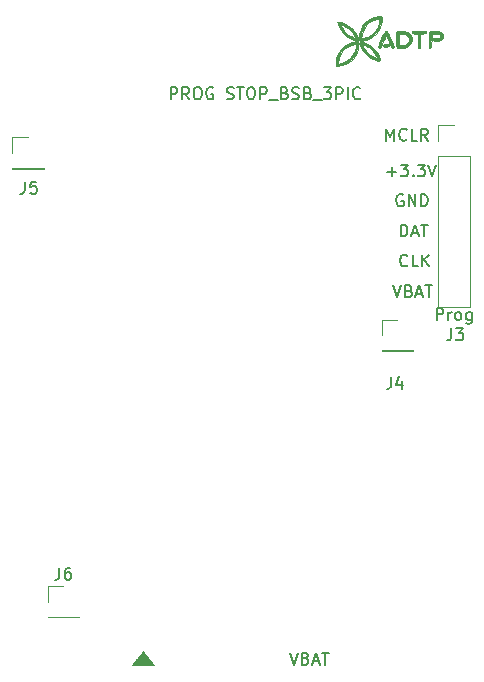
<source format=gto>
%TF.GenerationSoftware,KiCad,Pcbnew,(5.1.10)-1*%
%TF.CreationDate,2022-06-29T16:45:49+02:00*%
%TF.ProjectId,Stop_BBM_3PIC,53746f70-5f42-4424-9d5f-335049432e6b,FOR 1.1*%
%TF.SameCoordinates,Original*%
%TF.FileFunction,Legend,Top*%
%TF.FilePolarity,Positive*%
%FSLAX46Y46*%
G04 Gerber Fmt 4.6, Leading zero omitted, Abs format (unit mm)*
G04 Created by KiCad (PCBNEW (5.1.10)-1) date 2022-06-29 16:45:49*
%MOMM*%
%LPD*%
G01*
G04 APERTURE LIST*
%ADD10C,0.150000*%
%ADD11C,0.200000*%
%ADD12C,0.010000*%
%ADD13C,0.120000*%
G04 APERTURE END LIST*
D10*
X98000000Y-115452380D02*
X98000000Y-114452380D01*
X98380952Y-114452380D01*
X98476190Y-114500000D01*
X98523809Y-114547619D01*
X98571428Y-114642857D01*
X98571428Y-114785714D01*
X98523809Y-114880952D01*
X98476190Y-114928571D01*
X98380952Y-114976190D01*
X98000000Y-114976190D01*
X99571428Y-115452380D02*
X99238095Y-114976190D01*
X99000000Y-115452380D02*
X99000000Y-114452380D01*
X99380952Y-114452380D01*
X99476190Y-114500000D01*
X99523809Y-114547619D01*
X99571428Y-114642857D01*
X99571428Y-114785714D01*
X99523809Y-114880952D01*
X99476190Y-114928571D01*
X99380952Y-114976190D01*
X99000000Y-114976190D01*
X100190476Y-114452380D02*
X100380952Y-114452380D01*
X100476190Y-114500000D01*
X100571428Y-114595238D01*
X100619047Y-114785714D01*
X100619047Y-115119047D01*
X100571428Y-115309523D01*
X100476190Y-115404761D01*
X100380952Y-115452380D01*
X100190476Y-115452380D01*
X100095238Y-115404761D01*
X100000000Y-115309523D01*
X99952380Y-115119047D01*
X99952380Y-114785714D01*
X100000000Y-114595238D01*
X100095238Y-114500000D01*
X100190476Y-114452380D01*
X101571428Y-114500000D02*
X101476190Y-114452380D01*
X101333333Y-114452380D01*
X101190476Y-114500000D01*
X101095238Y-114595238D01*
X101047619Y-114690476D01*
X101000000Y-114880952D01*
X101000000Y-115023809D01*
X101047619Y-115214285D01*
X101095238Y-115309523D01*
X101190476Y-115404761D01*
X101333333Y-115452380D01*
X101428571Y-115452380D01*
X101571428Y-115404761D01*
X101619047Y-115357142D01*
X101619047Y-115023809D01*
X101428571Y-115023809D01*
X102761904Y-115404761D02*
X102904761Y-115452380D01*
X103142857Y-115452380D01*
X103238095Y-115404761D01*
X103285714Y-115357142D01*
X103333333Y-115261904D01*
X103333333Y-115166666D01*
X103285714Y-115071428D01*
X103238095Y-115023809D01*
X103142857Y-114976190D01*
X102952380Y-114928571D01*
X102857142Y-114880952D01*
X102809523Y-114833333D01*
X102761904Y-114738095D01*
X102761904Y-114642857D01*
X102809523Y-114547619D01*
X102857142Y-114500000D01*
X102952380Y-114452380D01*
X103190476Y-114452380D01*
X103333333Y-114500000D01*
X103619047Y-114452380D02*
X104190476Y-114452380D01*
X103904761Y-115452380D02*
X103904761Y-114452380D01*
X104714285Y-114452380D02*
X104904761Y-114452380D01*
X105000000Y-114500000D01*
X105095238Y-114595238D01*
X105142857Y-114785714D01*
X105142857Y-115119047D01*
X105095238Y-115309523D01*
X105000000Y-115404761D01*
X104904761Y-115452380D01*
X104714285Y-115452380D01*
X104619047Y-115404761D01*
X104523809Y-115309523D01*
X104476190Y-115119047D01*
X104476190Y-114785714D01*
X104523809Y-114595238D01*
X104619047Y-114500000D01*
X104714285Y-114452380D01*
X105571428Y-115452380D02*
X105571428Y-114452380D01*
X105952380Y-114452380D01*
X106047619Y-114500000D01*
X106095238Y-114547619D01*
X106142857Y-114642857D01*
X106142857Y-114785714D01*
X106095238Y-114880952D01*
X106047619Y-114928571D01*
X105952380Y-114976190D01*
X105571428Y-114976190D01*
X106333333Y-115547619D02*
X107095238Y-115547619D01*
X107666666Y-114928571D02*
X107809523Y-114976190D01*
X107857142Y-115023809D01*
X107904761Y-115119047D01*
X107904761Y-115261904D01*
X107857142Y-115357142D01*
X107809523Y-115404761D01*
X107714285Y-115452380D01*
X107333333Y-115452380D01*
X107333333Y-114452380D01*
X107666666Y-114452380D01*
X107761904Y-114500000D01*
X107809523Y-114547619D01*
X107857142Y-114642857D01*
X107857142Y-114738095D01*
X107809523Y-114833333D01*
X107761904Y-114880952D01*
X107666666Y-114928571D01*
X107333333Y-114928571D01*
X108285714Y-115404761D02*
X108428571Y-115452380D01*
X108666666Y-115452380D01*
X108761904Y-115404761D01*
X108809523Y-115357142D01*
X108857142Y-115261904D01*
X108857142Y-115166666D01*
X108809523Y-115071428D01*
X108761904Y-115023809D01*
X108666666Y-114976190D01*
X108476190Y-114928571D01*
X108380952Y-114880952D01*
X108333333Y-114833333D01*
X108285714Y-114738095D01*
X108285714Y-114642857D01*
X108333333Y-114547619D01*
X108380952Y-114500000D01*
X108476190Y-114452380D01*
X108714285Y-114452380D01*
X108857142Y-114500000D01*
X109619047Y-114928571D02*
X109761904Y-114976190D01*
X109809523Y-115023809D01*
X109857142Y-115119047D01*
X109857142Y-115261904D01*
X109809523Y-115357142D01*
X109761904Y-115404761D01*
X109666666Y-115452380D01*
X109285714Y-115452380D01*
X109285714Y-114452380D01*
X109619047Y-114452380D01*
X109714285Y-114500000D01*
X109761904Y-114547619D01*
X109809523Y-114642857D01*
X109809523Y-114738095D01*
X109761904Y-114833333D01*
X109714285Y-114880952D01*
X109619047Y-114928571D01*
X109285714Y-114928571D01*
X110047619Y-115547619D02*
X110809523Y-115547619D01*
X110952380Y-114452380D02*
X111571428Y-114452380D01*
X111238095Y-114833333D01*
X111380952Y-114833333D01*
X111476190Y-114880952D01*
X111523809Y-114928571D01*
X111571428Y-115023809D01*
X111571428Y-115261904D01*
X111523809Y-115357142D01*
X111476190Y-115404761D01*
X111380952Y-115452380D01*
X111095238Y-115452380D01*
X111000000Y-115404761D01*
X110952380Y-115357142D01*
X112000000Y-115452380D02*
X112000000Y-114452380D01*
X112380952Y-114452380D01*
X112476190Y-114500000D01*
X112523809Y-114547619D01*
X112571428Y-114642857D01*
X112571428Y-114785714D01*
X112523809Y-114880952D01*
X112476190Y-114928571D01*
X112380952Y-114976190D01*
X112000000Y-114976190D01*
X113000000Y-115452380D02*
X113000000Y-114452380D01*
X114047619Y-115357142D02*
X114000000Y-115404761D01*
X113857142Y-115452380D01*
X113761904Y-115452380D01*
X113619047Y-115404761D01*
X113523809Y-115309523D01*
X113476190Y-115214285D01*
X113428571Y-115023809D01*
X113428571Y-114880952D01*
X113476190Y-114690476D01*
X113523809Y-114595238D01*
X113619047Y-114500000D01*
X113761904Y-114452380D01*
X113857142Y-114452380D01*
X114000000Y-114500000D01*
X114047619Y-114547619D01*
D11*
X108087142Y-162322380D02*
X108420476Y-163322380D01*
X108753809Y-162322380D01*
X109420476Y-162798571D02*
X109563333Y-162846190D01*
X109610952Y-162893809D01*
X109658571Y-162989047D01*
X109658571Y-163131904D01*
X109610952Y-163227142D01*
X109563333Y-163274761D01*
X109468095Y-163322380D01*
X109087142Y-163322380D01*
X109087142Y-162322380D01*
X109420476Y-162322380D01*
X109515714Y-162370000D01*
X109563333Y-162417619D01*
X109610952Y-162512857D01*
X109610952Y-162608095D01*
X109563333Y-162703333D01*
X109515714Y-162750952D01*
X109420476Y-162798571D01*
X109087142Y-162798571D01*
X110039523Y-163036666D02*
X110515714Y-163036666D01*
X109944285Y-163322380D02*
X110277619Y-162322380D01*
X110610952Y-163322380D01*
X110801428Y-162322380D02*
X111372857Y-162322380D01*
X111087142Y-163322380D02*
X111087142Y-162322380D01*
D10*
X116336667Y-121611428D02*
X117098571Y-121611428D01*
X116717619Y-121992380D02*
X116717619Y-121230476D01*
X117479524Y-120992380D02*
X118098571Y-120992380D01*
X117765238Y-121373333D01*
X117908095Y-121373333D01*
X118003333Y-121420952D01*
X118050952Y-121468571D01*
X118098571Y-121563809D01*
X118098571Y-121801904D01*
X118050952Y-121897142D01*
X118003333Y-121944761D01*
X117908095Y-121992380D01*
X117622381Y-121992380D01*
X117527143Y-121944761D01*
X117479524Y-121897142D01*
X118527143Y-121897142D02*
X118574762Y-121944761D01*
X118527143Y-121992380D01*
X118479524Y-121944761D01*
X118527143Y-121897142D01*
X118527143Y-121992380D01*
X118908095Y-120992380D02*
X119527143Y-120992380D01*
X119193809Y-121373333D01*
X119336667Y-121373333D01*
X119431905Y-121420952D01*
X119479524Y-121468571D01*
X119527143Y-121563809D01*
X119527143Y-121801904D01*
X119479524Y-121897142D01*
X119431905Y-121944761D01*
X119336667Y-121992380D01*
X119050952Y-121992380D01*
X118955714Y-121944761D01*
X118908095Y-121897142D01*
X119812857Y-120992380D02*
X120146190Y-121992380D01*
X120479524Y-120992380D01*
X116857142Y-131202380D02*
X117190476Y-132202380D01*
X117523809Y-131202380D01*
X118190476Y-131678571D02*
X118333333Y-131726190D01*
X118380952Y-131773809D01*
X118428571Y-131869047D01*
X118428571Y-132011904D01*
X118380952Y-132107142D01*
X118333333Y-132154761D01*
X118238095Y-132202380D01*
X117857142Y-132202380D01*
X117857142Y-131202380D01*
X118190476Y-131202380D01*
X118285714Y-131250000D01*
X118333333Y-131297619D01*
X118380952Y-131392857D01*
X118380952Y-131488095D01*
X118333333Y-131583333D01*
X118285714Y-131630952D01*
X118190476Y-131678571D01*
X117857142Y-131678571D01*
X118809523Y-131916666D02*
X119285714Y-131916666D01*
X118714285Y-132202380D02*
X119047619Y-131202380D01*
X119380952Y-132202380D01*
X119571428Y-131202380D02*
X120142857Y-131202380D01*
X119857142Y-132202380D02*
X119857142Y-131202380D01*
X117480000Y-127072380D02*
X117480000Y-126072380D01*
X117718095Y-126072380D01*
X117860952Y-126120000D01*
X117956190Y-126215238D01*
X118003809Y-126310476D01*
X118051429Y-126500952D01*
X118051429Y-126643809D01*
X118003809Y-126834285D01*
X117956190Y-126929523D01*
X117860952Y-127024761D01*
X117718095Y-127072380D01*
X117480000Y-127072380D01*
X118432381Y-126786666D02*
X118908571Y-126786666D01*
X118337143Y-127072380D02*
X118670476Y-126072380D01*
X119003809Y-127072380D01*
X119194286Y-126072380D02*
X119765714Y-126072380D01*
X119480000Y-127072380D02*
X119480000Y-126072380D01*
X118051428Y-129517142D02*
X118003809Y-129564761D01*
X117860952Y-129612380D01*
X117765714Y-129612380D01*
X117622857Y-129564761D01*
X117527619Y-129469523D01*
X117480000Y-129374285D01*
X117432381Y-129183809D01*
X117432381Y-129040952D01*
X117480000Y-128850476D01*
X117527619Y-128755238D01*
X117622857Y-128660000D01*
X117765714Y-128612380D01*
X117860952Y-128612380D01*
X118003809Y-128660000D01*
X118051428Y-128707619D01*
X118956190Y-129612380D02*
X118480000Y-129612380D01*
X118480000Y-128612380D01*
X119289524Y-129612380D02*
X119289524Y-128612380D01*
X119860952Y-129612380D02*
X119432381Y-129040952D01*
X119860952Y-128612380D02*
X119289524Y-129183809D01*
X117670476Y-123550000D02*
X117575238Y-123502380D01*
X117432381Y-123502380D01*
X117289523Y-123550000D01*
X117194285Y-123645238D01*
X117146666Y-123740476D01*
X117099047Y-123930952D01*
X117099047Y-124073809D01*
X117146666Y-124264285D01*
X117194285Y-124359523D01*
X117289523Y-124454761D01*
X117432381Y-124502380D01*
X117527619Y-124502380D01*
X117670476Y-124454761D01*
X117718095Y-124407142D01*
X117718095Y-124073809D01*
X117527619Y-124073809D01*
X118146666Y-124502380D02*
X118146666Y-123502380D01*
X118718095Y-124502380D01*
X118718095Y-123502380D01*
X119194285Y-124502380D02*
X119194285Y-123502380D01*
X119432381Y-123502380D01*
X119575238Y-123550000D01*
X119670476Y-123645238D01*
X119718095Y-123740476D01*
X119765714Y-123930952D01*
X119765714Y-124073809D01*
X119718095Y-124264285D01*
X119670476Y-124359523D01*
X119575238Y-124454761D01*
X119432381Y-124502380D01*
X119194285Y-124502380D01*
X116261904Y-118952380D02*
X116261904Y-117952380D01*
X116595238Y-118666666D01*
X116928571Y-117952380D01*
X116928571Y-118952380D01*
X117976190Y-118857142D02*
X117928571Y-118904761D01*
X117785714Y-118952380D01*
X117690476Y-118952380D01*
X117547619Y-118904761D01*
X117452380Y-118809523D01*
X117404761Y-118714285D01*
X117357142Y-118523809D01*
X117357142Y-118380952D01*
X117404761Y-118190476D01*
X117452380Y-118095238D01*
X117547619Y-118000000D01*
X117690476Y-117952380D01*
X117785714Y-117952380D01*
X117928571Y-118000000D01*
X117976190Y-118047619D01*
X118880952Y-118952380D02*
X118404761Y-118952380D01*
X118404761Y-117952380D01*
X119785714Y-118952380D02*
X119452380Y-118476190D01*
X119214285Y-118952380D02*
X119214285Y-117952380D01*
X119595238Y-117952380D01*
X119690476Y-118000000D01*
X119738095Y-118047619D01*
X119785714Y-118142857D01*
X119785714Y-118285714D01*
X119738095Y-118380952D01*
X119690476Y-118428571D01*
X119595238Y-118476190D01*
X119214285Y-118476190D01*
X120523809Y-134152380D02*
X120523809Y-133152380D01*
X120904761Y-133152380D01*
X121000000Y-133200000D01*
X121047619Y-133247619D01*
X121095238Y-133342857D01*
X121095238Y-133485714D01*
X121047619Y-133580952D01*
X121000000Y-133628571D01*
X120904761Y-133676190D01*
X120523809Y-133676190D01*
X121523809Y-134152380D02*
X121523809Y-133485714D01*
X121523809Y-133676190D02*
X121571428Y-133580952D01*
X121619047Y-133533333D01*
X121714285Y-133485714D01*
X121809523Y-133485714D01*
X122285714Y-134152380D02*
X122190476Y-134104761D01*
X122142857Y-134057142D01*
X122095238Y-133961904D01*
X122095238Y-133676190D01*
X122142857Y-133580952D01*
X122190476Y-133533333D01*
X122285714Y-133485714D01*
X122428571Y-133485714D01*
X122523809Y-133533333D01*
X122571428Y-133580952D01*
X122619047Y-133676190D01*
X122619047Y-133961904D01*
X122571428Y-134057142D01*
X122523809Y-134104761D01*
X122428571Y-134152380D01*
X122285714Y-134152380D01*
X123476190Y-133485714D02*
X123476190Y-134295238D01*
X123428571Y-134390476D01*
X123380952Y-134438095D01*
X123285714Y-134485714D01*
X123142857Y-134485714D01*
X123047619Y-134438095D01*
X123476190Y-134104761D02*
X123380952Y-134152380D01*
X123190476Y-134152380D01*
X123095238Y-134104761D01*
X123047619Y-134057142D01*
X123000000Y-133961904D01*
X123000000Y-133676190D01*
X123047619Y-133580952D01*
X123095238Y-133533333D01*
X123190476Y-133485714D01*
X123380952Y-133485714D01*
X123476190Y-133533333D01*
D12*
%TO.C,G\u002A\u002A\u002A*%
G36*
X95662294Y-162188875D02*
G01*
X95673695Y-162203004D01*
X95691704Y-162225620D01*
X95715722Y-162255957D01*
X95745151Y-162293250D01*
X95779391Y-162336732D01*
X95817844Y-162385639D01*
X95859910Y-162439204D01*
X95904992Y-162496662D01*
X95952489Y-162557248D01*
X96001804Y-162620195D01*
X96052337Y-162684739D01*
X96103489Y-162750113D01*
X96154662Y-162815552D01*
X96205256Y-162880290D01*
X96254674Y-162943562D01*
X96302315Y-163004602D01*
X96347581Y-163062644D01*
X96389873Y-163116924D01*
X96428593Y-163166674D01*
X96463141Y-163211130D01*
X96492918Y-163249526D01*
X96517327Y-163281097D01*
X96535767Y-163305076D01*
X96547640Y-163320699D01*
X96552347Y-163327198D01*
X96552391Y-163327288D01*
X96546413Y-163327914D01*
X96528448Y-163328518D01*
X96499210Y-163329098D01*
X96459411Y-163329648D01*
X96409766Y-163330164D01*
X96350987Y-163330643D01*
X96283787Y-163331079D01*
X96208881Y-163331469D01*
X96126981Y-163331809D01*
X96038800Y-163332093D01*
X95945052Y-163332319D01*
X95846450Y-163332481D01*
X95743708Y-163332575D01*
X95658100Y-163332600D01*
X95552531Y-163332563D01*
X95450526Y-163332455D01*
X95352798Y-163332281D01*
X95260061Y-163332044D01*
X95173028Y-163331749D01*
X95092411Y-163331400D01*
X95018926Y-163331001D01*
X94953283Y-163330557D01*
X94896198Y-163330071D01*
X94848383Y-163329549D01*
X94810551Y-163328993D01*
X94783416Y-163328410D01*
X94767692Y-163327801D01*
X94763808Y-163327295D01*
X94768016Y-163321435D01*
X94779431Y-163306401D01*
X94797453Y-163282958D01*
X94821483Y-163251873D01*
X94850923Y-163213909D01*
X94885173Y-163169835D01*
X94923635Y-163120414D01*
X94965710Y-163066413D01*
X95010798Y-163008597D01*
X95058301Y-162947732D01*
X95107620Y-162884584D01*
X95158156Y-162819918D01*
X95209310Y-162754500D01*
X95260484Y-162689096D01*
X95311077Y-162624471D01*
X95360492Y-162561391D01*
X95408130Y-162500622D01*
X95453391Y-162442930D01*
X95495676Y-162389079D01*
X95534388Y-162339836D01*
X95568926Y-162295967D01*
X95598692Y-162258237D01*
X95623087Y-162227411D01*
X95641512Y-162204256D01*
X95653368Y-162189537D01*
X95658057Y-162184020D01*
X95658100Y-162183998D01*
X95662294Y-162188875D01*
G37*
X95662294Y-162188875D02*
X95673695Y-162203004D01*
X95691704Y-162225620D01*
X95715722Y-162255957D01*
X95745151Y-162293250D01*
X95779391Y-162336732D01*
X95817844Y-162385639D01*
X95859910Y-162439204D01*
X95904992Y-162496662D01*
X95952489Y-162557248D01*
X96001804Y-162620195D01*
X96052337Y-162684739D01*
X96103489Y-162750113D01*
X96154662Y-162815552D01*
X96205256Y-162880290D01*
X96254674Y-162943562D01*
X96302315Y-163004602D01*
X96347581Y-163062644D01*
X96389873Y-163116924D01*
X96428593Y-163166674D01*
X96463141Y-163211130D01*
X96492918Y-163249526D01*
X96517327Y-163281097D01*
X96535767Y-163305076D01*
X96547640Y-163320699D01*
X96552347Y-163327198D01*
X96552391Y-163327288D01*
X96546413Y-163327914D01*
X96528448Y-163328518D01*
X96499210Y-163329098D01*
X96459411Y-163329648D01*
X96409766Y-163330164D01*
X96350987Y-163330643D01*
X96283787Y-163331079D01*
X96208881Y-163331469D01*
X96126981Y-163331809D01*
X96038800Y-163332093D01*
X95945052Y-163332319D01*
X95846450Y-163332481D01*
X95743708Y-163332575D01*
X95658100Y-163332600D01*
X95552531Y-163332563D01*
X95450526Y-163332455D01*
X95352798Y-163332281D01*
X95260061Y-163332044D01*
X95173028Y-163331749D01*
X95092411Y-163331400D01*
X95018926Y-163331001D01*
X94953283Y-163330557D01*
X94896198Y-163330071D01*
X94848383Y-163329549D01*
X94810551Y-163328993D01*
X94783416Y-163328410D01*
X94767692Y-163327801D01*
X94763808Y-163327295D01*
X94768016Y-163321435D01*
X94779431Y-163306401D01*
X94797453Y-163282958D01*
X94821483Y-163251873D01*
X94850923Y-163213909D01*
X94885173Y-163169835D01*
X94923635Y-163120414D01*
X94965710Y-163066413D01*
X95010798Y-163008597D01*
X95058301Y-162947732D01*
X95107620Y-162884584D01*
X95158156Y-162819918D01*
X95209310Y-162754500D01*
X95260484Y-162689096D01*
X95311077Y-162624471D01*
X95360492Y-162561391D01*
X95408130Y-162500622D01*
X95453391Y-162442930D01*
X95495676Y-162389079D01*
X95534388Y-162339836D01*
X95568926Y-162295967D01*
X95598692Y-162258237D01*
X95623087Y-162227411D01*
X95641512Y-162204256D01*
X95653368Y-162189537D01*
X95658057Y-162184020D01*
X95658100Y-162183998D01*
X95662294Y-162188875D01*
%TO.C,G21*%
G36*
X113776679Y-110569369D02*
G01*
X113880625Y-110579375D01*
X113878056Y-110849692D01*
X113846769Y-111180175D01*
X113761892Y-111494302D01*
X113627340Y-111782647D01*
X113447028Y-112035787D01*
X113338537Y-112148459D01*
X113084500Y-112343689D01*
X112789155Y-112495415D01*
X112460442Y-112600221D01*
X112177522Y-112648123D01*
X112074914Y-112656897D01*
X112017981Y-112652217D01*
X111989557Y-112629755D01*
X111976229Y-112597405D01*
X111967623Y-112528873D01*
X111968167Y-112423339D01*
X111975085Y-112331306D01*
X111975188Y-112330703D01*
X112182000Y-112330703D01*
X112187176Y-112391157D01*
X112209432Y-112425393D01*
X112258857Y-112434596D01*
X112345539Y-112419955D01*
X112479568Y-112382654D01*
X112519968Y-112370441D01*
X112831165Y-112248593D01*
X113093087Y-112087157D01*
X113306574Y-111885113D01*
X113472465Y-111641436D01*
X113591600Y-111355106D01*
X113664822Y-111025099D01*
X113672316Y-110968312D01*
X113681116Y-110851571D01*
X113671973Y-110793509D01*
X113659847Y-110785750D01*
X113614400Y-110793779D01*
X113525543Y-110815024D01*
X113410913Y-110845216D01*
X113388087Y-110851498D01*
X113073603Y-110964649D01*
X112805631Y-111116168D01*
X112586686Y-111304237D01*
X112419285Y-111527036D01*
X112395618Y-111569196D01*
X112337257Y-111699198D01*
X112280609Y-111861143D01*
X112231793Y-112033213D01*
X112196930Y-112193593D01*
X112182139Y-112320465D01*
X112182000Y-112330703D01*
X111975188Y-112330703D01*
X112039324Y-111957008D01*
X112147357Y-111628458D01*
X112300104Y-111344565D01*
X112498480Y-111104240D01*
X112743405Y-110906392D01*
X113035794Y-110749931D01*
X113376568Y-110633767D01*
X113411554Y-110624772D01*
X113546543Y-110595219D01*
X113670850Y-110575371D01*
X113762014Y-110568635D01*
X113776679Y-110569369D01*
G37*
X113776679Y-110569369D02*
X113880625Y-110579375D01*
X113878056Y-110849692D01*
X113846769Y-111180175D01*
X113761892Y-111494302D01*
X113627340Y-111782647D01*
X113447028Y-112035787D01*
X113338537Y-112148459D01*
X113084500Y-112343689D01*
X112789155Y-112495415D01*
X112460442Y-112600221D01*
X112177522Y-112648123D01*
X112074914Y-112656897D01*
X112017981Y-112652217D01*
X111989557Y-112629755D01*
X111976229Y-112597405D01*
X111967623Y-112528873D01*
X111968167Y-112423339D01*
X111975085Y-112331306D01*
X111975188Y-112330703D01*
X112182000Y-112330703D01*
X112187176Y-112391157D01*
X112209432Y-112425393D01*
X112258857Y-112434596D01*
X112345539Y-112419955D01*
X112479568Y-112382654D01*
X112519968Y-112370441D01*
X112831165Y-112248593D01*
X113093087Y-112087157D01*
X113306574Y-111885113D01*
X113472465Y-111641436D01*
X113591600Y-111355106D01*
X113664822Y-111025099D01*
X113672316Y-110968312D01*
X113681116Y-110851571D01*
X113671973Y-110793509D01*
X113659847Y-110785750D01*
X113614400Y-110793779D01*
X113525543Y-110815024D01*
X113410913Y-110845216D01*
X113388087Y-110851498D01*
X113073603Y-110964649D01*
X112805631Y-111116168D01*
X112586686Y-111304237D01*
X112419285Y-111527036D01*
X112395618Y-111569196D01*
X112337257Y-111699198D01*
X112280609Y-111861143D01*
X112231793Y-112033213D01*
X112196930Y-112193593D01*
X112182139Y-112320465D01*
X112182000Y-112330703D01*
X111975188Y-112330703D01*
X112039324Y-111957008D01*
X112147357Y-111628458D01*
X112300104Y-111344565D01*
X112498480Y-111104240D01*
X112743405Y-110906392D01*
X113035794Y-110749931D01*
X113376568Y-110633767D01*
X113411554Y-110624772D01*
X113546543Y-110595219D01*
X113670850Y-110575371D01*
X113762014Y-110568635D01*
X113776679Y-110569369D01*
G36*
X114204415Y-110592207D02*
G01*
X114321229Y-110625506D01*
X114667968Y-110766298D01*
X114972955Y-110954222D01*
X115234489Y-111187701D01*
X115450870Y-111465159D01*
X115620397Y-111785022D01*
X115649365Y-111856092D01*
X115695885Y-111984987D01*
X115716875Y-112071075D01*
X115715031Y-112128430D01*
X115705956Y-112151548D01*
X115680517Y-112189941D01*
X115646679Y-112207321D01*
X115589186Y-112204550D01*
X115492783Y-112182486D01*
X115434078Y-112166879D01*
X115087482Y-112042432D01*
X114778341Y-111867205D01*
X114509116Y-111643408D01*
X114282266Y-111373248D01*
X114100251Y-111058933D01*
X114037402Y-110913356D01*
X114013156Y-110841176D01*
X114232423Y-110841176D01*
X114254967Y-110904893D01*
X114302169Y-110997678D01*
X114367448Y-111108560D01*
X114444225Y-111226567D01*
X114525920Y-111340729D01*
X114605954Y-111440073D01*
X114631437Y-111468333D01*
X114752919Y-111588723D01*
X114872494Y-111682537D01*
X115014447Y-111767351D01*
X115116027Y-111819065D01*
X115258911Y-111888264D01*
X115354504Y-111931806D01*
X115412197Y-111952657D01*
X115441381Y-111953782D01*
X115451449Y-111938148D01*
X115452250Y-111925256D01*
X115434035Y-111861078D01*
X115385407Y-111761851D01*
X115315387Y-111642294D01*
X115232999Y-111517129D01*
X115147266Y-111401076D01*
X115087721Y-111330536D01*
X114981434Y-111225027D01*
X114862949Y-111123658D01*
X114769625Y-111056233D01*
X114668739Y-110998345D01*
X114549369Y-110937853D01*
X114428777Y-110882556D01*
X114324226Y-110840252D01*
X114252978Y-110818737D01*
X114241116Y-110817500D01*
X114232423Y-110841176D01*
X114013156Y-110841176D01*
X113985801Y-110759745D01*
X113973425Y-110654148D01*
X114003550Y-110593242D01*
X114079455Y-110573703D01*
X114204415Y-110592207D01*
G37*
X114204415Y-110592207D02*
X114321229Y-110625506D01*
X114667968Y-110766298D01*
X114972955Y-110954222D01*
X115234489Y-111187701D01*
X115450870Y-111465159D01*
X115620397Y-111785022D01*
X115649365Y-111856092D01*
X115695885Y-111984987D01*
X115716875Y-112071075D01*
X115715031Y-112128430D01*
X115705956Y-112151548D01*
X115680517Y-112189941D01*
X115646679Y-112207321D01*
X115589186Y-112204550D01*
X115492783Y-112182486D01*
X115434078Y-112166879D01*
X115087482Y-112042432D01*
X114778341Y-111867205D01*
X114509116Y-111643408D01*
X114282266Y-111373248D01*
X114100251Y-111058933D01*
X114037402Y-110913356D01*
X114013156Y-110841176D01*
X114232423Y-110841176D01*
X114254967Y-110904893D01*
X114302169Y-110997678D01*
X114367448Y-111108560D01*
X114444225Y-111226567D01*
X114525920Y-111340729D01*
X114605954Y-111440073D01*
X114631437Y-111468333D01*
X114752919Y-111588723D01*
X114872494Y-111682537D01*
X115014447Y-111767351D01*
X115116027Y-111819065D01*
X115258911Y-111888264D01*
X115354504Y-111931806D01*
X115412197Y-111952657D01*
X115441381Y-111953782D01*
X115451449Y-111938148D01*
X115452250Y-111925256D01*
X115434035Y-111861078D01*
X115385407Y-111761851D01*
X115315387Y-111642294D01*
X115232999Y-111517129D01*
X115147266Y-111401076D01*
X115087721Y-111330536D01*
X114981434Y-111225027D01*
X114862949Y-111123658D01*
X114769625Y-111056233D01*
X114668739Y-110998345D01*
X114549369Y-110937853D01*
X114428777Y-110882556D01*
X114324226Y-110840252D01*
X114252978Y-110818737D01*
X114241116Y-110817500D01*
X114232423Y-110841176D01*
X114013156Y-110841176D01*
X113985801Y-110759745D01*
X113973425Y-110654148D01*
X114003550Y-110593242D01*
X114079455Y-110573703D01*
X114204415Y-110592207D01*
G36*
X117450800Y-109676512D02*
G01*
X117559008Y-109680537D01*
X117795725Y-109698974D01*
X117981163Y-109738608D01*
X118125455Y-109804486D01*
X118238737Y-109901657D01*
X118331140Y-110035171D01*
X118352752Y-110075979D01*
X118414559Y-110264304D01*
X118419520Y-110458691D01*
X118371719Y-110647316D01*
X118275239Y-110818353D01*
X118134163Y-110959974D01*
X118023706Y-111029032D01*
X117897267Y-111073573D01*
X117730748Y-111105439D01*
X117546767Y-111122017D01*
X117367941Y-111120693D01*
X117293750Y-111113368D01*
X117220620Y-111101386D01*
X117165590Y-111082476D01*
X117126090Y-111048382D01*
X117099546Y-110990846D01*
X117083387Y-110901611D01*
X117082056Y-110881000D01*
X117323846Y-110881000D01*
X117571230Y-110881000D01*
X117733867Y-110874551D01*
X117851719Y-110853272D01*
X117928453Y-110822093D01*
X118022985Y-110744644D01*
X118106868Y-110630488D01*
X118164960Y-110504373D01*
X118182750Y-110406483D01*
X118159329Y-110290539D01*
X118098946Y-110163245D01*
X118016413Y-110050014D01*
X117934430Y-109980548D01*
X117841367Y-109942840D01*
X117715893Y-109922346D01*
X117585180Y-109916321D01*
X117341375Y-109912625D01*
X117332610Y-110396812D01*
X117323846Y-110881000D01*
X117082056Y-110881000D01*
X117075042Y-110772422D01*
X117071938Y-110595019D01*
X117071500Y-110399829D01*
X117071558Y-110165151D01*
X117075087Y-109986532D01*
X117087117Y-109856553D01*
X117112675Y-109767792D01*
X117156794Y-109712829D01*
X117224501Y-109684241D01*
X117320826Y-109674609D01*
X117450800Y-109676512D01*
G37*
X117450800Y-109676512D02*
X117559008Y-109680537D01*
X117795725Y-109698974D01*
X117981163Y-109738608D01*
X118125455Y-109804486D01*
X118238737Y-109901657D01*
X118331140Y-110035171D01*
X118352752Y-110075979D01*
X118414559Y-110264304D01*
X118419520Y-110458691D01*
X118371719Y-110647316D01*
X118275239Y-110818353D01*
X118134163Y-110959974D01*
X118023706Y-111029032D01*
X117897267Y-111073573D01*
X117730748Y-111105439D01*
X117546767Y-111122017D01*
X117367941Y-111120693D01*
X117293750Y-111113368D01*
X117220620Y-111101386D01*
X117165590Y-111082476D01*
X117126090Y-111048382D01*
X117099546Y-110990846D01*
X117083387Y-110901611D01*
X117082056Y-110881000D01*
X117323846Y-110881000D01*
X117571230Y-110881000D01*
X117733867Y-110874551D01*
X117851719Y-110853272D01*
X117928453Y-110822093D01*
X118022985Y-110744644D01*
X118106868Y-110630488D01*
X118164960Y-110504373D01*
X118182750Y-110406483D01*
X118159329Y-110290539D01*
X118098946Y-110163245D01*
X118016413Y-110050014D01*
X117934430Y-109980548D01*
X117841367Y-109942840D01*
X117715893Y-109922346D01*
X117585180Y-109916321D01*
X117341375Y-109912625D01*
X117332610Y-110396812D01*
X117323846Y-110881000D01*
X117082056Y-110881000D01*
X117075042Y-110772422D01*
X117071938Y-110595019D01*
X117071500Y-110399829D01*
X117071558Y-110165151D01*
X117075087Y-109986532D01*
X117087117Y-109856553D01*
X117112675Y-109767792D01*
X117156794Y-109712829D01*
X117224501Y-109684241D01*
X117320826Y-109674609D01*
X117450800Y-109676512D01*
G36*
X116272810Y-109688437D02*
G01*
X116301444Y-109701938D01*
X116333801Y-109741445D01*
X116384177Y-109829457D01*
X116447869Y-109955187D01*
X116520173Y-110107843D01*
X116596387Y-110276636D01*
X116671809Y-110450778D01*
X116741735Y-110619477D01*
X116801462Y-110771945D01*
X116846288Y-110897392D01*
X116871511Y-110985027D01*
X116875015Y-111017886D01*
X116841522Y-111077612D01*
X116782875Y-111096932D01*
X116754073Y-111098979D01*
X116728869Y-111093259D01*
X116703580Y-111073082D01*
X116674522Y-111031758D01*
X116638008Y-110962594D01*
X116590357Y-110858901D01*
X116527882Y-110713988D01*
X116446899Y-110521162D01*
X116387809Y-110379483D01*
X116329628Y-110243676D01*
X116279573Y-110133897D01*
X116242740Y-110060831D01*
X116224226Y-110035164D01*
X116223725Y-110035441D01*
X116207481Y-110068172D01*
X116171425Y-110149980D01*
X116119715Y-110271136D01*
X116056508Y-110421914D01*
X115995776Y-110568707D01*
X115917494Y-110757035D01*
X115857817Y-110894304D01*
X115812265Y-110988608D01*
X115776356Y-111048042D01*
X115745610Y-111080702D01*
X115715545Y-111094682D01*
X115703462Y-111096770D01*
X115634725Y-111095824D01*
X115601874Y-111083540D01*
X115586303Y-111056937D01*
X115583668Y-111014951D01*
X115596223Y-110950465D01*
X115626224Y-110856358D01*
X115675927Y-110725512D01*
X115747587Y-110550808D01*
X115838474Y-110336757D01*
X115935841Y-110112946D01*
X116014396Y-109942518D01*
X116078363Y-109819682D01*
X116131964Y-109738647D01*
X116179423Y-109693622D01*
X116224964Y-109678816D01*
X116272810Y-109688437D01*
G37*
X116272810Y-109688437D02*
X116301444Y-109701938D01*
X116333801Y-109741445D01*
X116384177Y-109829457D01*
X116447869Y-109955187D01*
X116520173Y-110107843D01*
X116596387Y-110276636D01*
X116671809Y-110450778D01*
X116741735Y-110619477D01*
X116801462Y-110771945D01*
X116846288Y-110897392D01*
X116871511Y-110985027D01*
X116875015Y-111017886D01*
X116841522Y-111077612D01*
X116782875Y-111096932D01*
X116754073Y-111098979D01*
X116728869Y-111093259D01*
X116703580Y-111073082D01*
X116674522Y-111031758D01*
X116638008Y-110962594D01*
X116590357Y-110858901D01*
X116527882Y-110713988D01*
X116446899Y-110521162D01*
X116387809Y-110379483D01*
X116329628Y-110243676D01*
X116279573Y-110133897D01*
X116242740Y-110060831D01*
X116224226Y-110035164D01*
X116223725Y-110035441D01*
X116207481Y-110068172D01*
X116171425Y-110149980D01*
X116119715Y-110271136D01*
X116056508Y-110421914D01*
X115995776Y-110568707D01*
X115917494Y-110757035D01*
X115857817Y-110894304D01*
X115812265Y-110988608D01*
X115776356Y-111048042D01*
X115745610Y-111080702D01*
X115715545Y-111094682D01*
X115703462Y-111096770D01*
X115634725Y-111095824D01*
X115601874Y-111083540D01*
X115586303Y-111056937D01*
X115583668Y-111014951D01*
X115596223Y-110950465D01*
X115626224Y-110856358D01*
X115675927Y-110725512D01*
X115747587Y-110550808D01*
X115838474Y-110336757D01*
X115935841Y-110112946D01*
X116014396Y-109942518D01*
X116078363Y-109819682D01*
X116131964Y-109738647D01*
X116179423Y-109693622D01*
X116224964Y-109678816D01*
X116272810Y-109688437D01*
G36*
X119058425Y-109973928D02*
G01*
X119136742Y-109993584D01*
X119128058Y-110540479D01*
X119119375Y-111087375D01*
X119038811Y-111096770D01*
X118969458Y-111095923D01*
X118935624Y-111083540D01*
X118925687Y-111042975D01*
X118918581Y-110952610D01*
X118914177Y-110825259D01*
X118912351Y-110673738D01*
X118912976Y-110510863D01*
X118915924Y-110349447D01*
X118921071Y-110202307D01*
X118928289Y-110082257D01*
X118937453Y-110002112D01*
X118946554Y-109975009D01*
X119000727Y-109966188D01*
X119058425Y-109973928D01*
G37*
X119058425Y-109973928D02*
X119136742Y-109993584D01*
X119128058Y-110540479D01*
X119119375Y-111087375D01*
X119038811Y-111096770D01*
X118969458Y-111095923D01*
X118935624Y-111083540D01*
X118925687Y-111042975D01*
X118918581Y-110952610D01*
X118914177Y-110825259D01*
X118912351Y-110673738D01*
X118912976Y-110510863D01*
X118915924Y-110349447D01*
X118921071Y-110202307D01*
X118928289Y-110082257D01*
X118937453Y-110002112D01*
X118946554Y-109975009D01*
X119000727Y-109966188D01*
X119058425Y-109973928D01*
G36*
X120572657Y-109679343D02*
G01*
X120730035Y-109696021D01*
X120845620Y-109727751D01*
X120929972Y-109777752D01*
X120993652Y-109849243D01*
X121007686Y-109871026D01*
X121063716Y-110021044D01*
X121059533Y-110182435D01*
X121020093Y-110298162D01*
X120966856Y-110384695D01*
X120896203Y-110443356D01*
X120796755Y-110478224D01*
X120657135Y-110493378D01*
X120476055Y-110493204D01*
X120167125Y-110484125D01*
X120167125Y-110293625D01*
X120462065Y-110277750D01*
X120618123Y-110266062D01*
X120721174Y-110247595D01*
X120781692Y-110217194D01*
X120810149Y-110169708D01*
X120817027Y-110103125D01*
X120803420Y-110023857D01*
X120757414Y-109967367D01*
X120671234Y-109930157D01*
X120537103Y-109908727D01*
X120365562Y-109899960D01*
X120087750Y-109893593D01*
X120087750Y-110460321D01*
X120086066Y-110691996D01*
X120080841Y-110864463D01*
X120071807Y-110981927D01*
X120058701Y-111048597D01*
X120049650Y-111065150D01*
X119988799Y-111095402D01*
X119912042Y-111102188D01*
X119855226Y-111082389D01*
X119854916Y-111082083D01*
X119848423Y-111045213D01*
X119842736Y-110954841D01*
X119838181Y-110820964D01*
X119835084Y-110653579D01*
X119833772Y-110462683D01*
X119833750Y-110433512D01*
X119833750Y-109806108D01*
X119917406Y-109740304D01*
X119961481Y-109711234D01*
X120014506Y-109692134D01*
X120090124Y-109680988D01*
X120201982Y-109675782D01*
X120362926Y-109674500D01*
X120572657Y-109679343D01*
G37*
X120572657Y-109679343D02*
X120730035Y-109696021D01*
X120845620Y-109727751D01*
X120929972Y-109777752D01*
X120993652Y-109849243D01*
X121007686Y-109871026D01*
X121063716Y-110021044D01*
X121059533Y-110182435D01*
X121020093Y-110298162D01*
X120966856Y-110384695D01*
X120896203Y-110443356D01*
X120796755Y-110478224D01*
X120657135Y-110493378D01*
X120476055Y-110493204D01*
X120167125Y-110484125D01*
X120167125Y-110293625D01*
X120462065Y-110277750D01*
X120618123Y-110266062D01*
X120721174Y-110247595D01*
X120781692Y-110217194D01*
X120810149Y-110169708D01*
X120817027Y-110103125D01*
X120803420Y-110023857D01*
X120757414Y-109967367D01*
X120671234Y-109930157D01*
X120537103Y-109908727D01*
X120365562Y-109899960D01*
X120087750Y-109893593D01*
X120087750Y-110460321D01*
X120086066Y-110691996D01*
X120080841Y-110864463D01*
X120071807Y-110981927D01*
X120058701Y-111048597D01*
X120049650Y-111065150D01*
X119988799Y-111095402D01*
X119912042Y-111102188D01*
X119855226Y-111082389D01*
X119854916Y-111082083D01*
X119848423Y-111045213D01*
X119842736Y-110954841D01*
X119838181Y-110820964D01*
X119835084Y-110653579D01*
X119833772Y-110462683D01*
X119833750Y-110433512D01*
X119833750Y-109806108D01*
X119917406Y-109740304D01*
X119961481Y-109711234D01*
X120014506Y-109692134D01*
X120090124Y-109680988D01*
X120201982Y-109675782D01*
X120362926Y-109674500D01*
X120572657Y-109679343D01*
G36*
X116359033Y-110760033D02*
G01*
X116446357Y-110787281D01*
X116479204Y-110812062D01*
X116523436Y-110869684D01*
X116521510Y-110911802D01*
X116481857Y-110958107D01*
X116419482Y-110990560D01*
X116309284Y-111006045D01*
X116230125Y-111008000D01*
X116091438Y-111000603D01*
X116005385Y-110977191D01*
X115978392Y-110958107D01*
X115938371Y-110906884D01*
X115928500Y-110880532D01*
X115957066Y-110829253D01*
X116031422Y-110789448D01*
X116134547Y-110763232D01*
X116249423Y-110752722D01*
X116359033Y-110760033D01*
G37*
X116359033Y-110760033D02*
X116446357Y-110787281D01*
X116479204Y-110812062D01*
X116523436Y-110869684D01*
X116521510Y-110911802D01*
X116481857Y-110958107D01*
X116419482Y-110990560D01*
X116309284Y-111006045D01*
X116230125Y-111008000D01*
X116091438Y-111000603D01*
X116005385Y-110977191D01*
X115978392Y-110958107D01*
X115938371Y-110906884D01*
X115928500Y-110880532D01*
X115957066Y-110829253D01*
X116031422Y-110789448D01*
X116134547Y-110763232D01*
X116249423Y-110752722D01*
X116359033Y-110760033D01*
G36*
X112327641Y-108898639D02*
G01*
X112348856Y-108903030D01*
X112652188Y-108993937D01*
X112940781Y-109131258D01*
X113200639Y-109306627D01*
X113417766Y-109511673D01*
X113468342Y-109572428D01*
X113578748Y-109729164D01*
X113681308Y-109904050D01*
X113767632Y-110080090D01*
X113829327Y-110240288D01*
X113857243Y-110360135D01*
X113873008Y-110500000D01*
X113765691Y-110498292D01*
X113673757Y-110487268D01*
X113555405Y-110460908D01*
X113483750Y-110440018D01*
X113153543Y-110301367D01*
X112857792Y-110112726D01*
X112601639Y-109879095D01*
X112390223Y-109605472D01*
X112228685Y-109296859D01*
X112183885Y-109178211D01*
X112406599Y-109178211D01*
X112436034Y-109257674D01*
X112487015Y-109359263D01*
X112664805Y-109638336D01*
X112878667Y-109870142D01*
X113051231Y-110003900D01*
X113172299Y-110077615D01*
X113298098Y-110143252D01*
X113416735Y-110196024D01*
X113516317Y-110231146D01*
X113584952Y-110243831D01*
X113610748Y-110229293D01*
X113610750Y-110229069D01*
X113594426Y-110179567D01*
X113551513Y-110093409D01*
X113491096Y-109986470D01*
X113422262Y-109874626D01*
X113354097Y-109773750D01*
X113336256Y-109749483D01*
X113131417Y-109523104D01*
X112887477Y-109339658D01*
X112706770Y-109241218D01*
X112559832Y-109173284D01*
X112463893Y-109138490D01*
X112414350Y-109139307D01*
X112406599Y-109178211D01*
X112183885Y-109178211D01*
X112182486Y-109174508D01*
X112139484Y-109033894D01*
X112127972Y-108943386D01*
X112152478Y-108895597D01*
X112217525Y-108883143D01*
X112327641Y-108898639D01*
G37*
X112327641Y-108898639D02*
X112348856Y-108903030D01*
X112652188Y-108993937D01*
X112940781Y-109131258D01*
X113200639Y-109306627D01*
X113417766Y-109511673D01*
X113468342Y-109572428D01*
X113578748Y-109729164D01*
X113681308Y-109904050D01*
X113767632Y-110080090D01*
X113829327Y-110240288D01*
X113857243Y-110360135D01*
X113873008Y-110500000D01*
X113765691Y-110498292D01*
X113673757Y-110487268D01*
X113555405Y-110460908D01*
X113483750Y-110440018D01*
X113153543Y-110301367D01*
X112857792Y-110112726D01*
X112601639Y-109879095D01*
X112390223Y-109605472D01*
X112228685Y-109296859D01*
X112183885Y-109178211D01*
X112406599Y-109178211D01*
X112436034Y-109257674D01*
X112487015Y-109359263D01*
X112664805Y-109638336D01*
X112878667Y-109870142D01*
X113051231Y-110003900D01*
X113172299Y-110077615D01*
X113298098Y-110143252D01*
X113416735Y-110196024D01*
X113516317Y-110231146D01*
X113584952Y-110243831D01*
X113610748Y-110229293D01*
X113610750Y-110229069D01*
X113594426Y-110179567D01*
X113551513Y-110093409D01*
X113491096Y-109986470D01*
X113422262Y-109874626D01*
X113354097Y-109773750D01*
X113336256Y-109749483D01*
X113131417Y-109523104D01*
X112887477Y-109339658D01*
X112706770Y-109241218D01*
X112559832Y-109173284D01*
X112463893Y-109138490D01*
X112414350Y-109139307D01*
X112406599Y-109178211D01*
X112183885Y-109178211D01*
X112182486Y-109174508D01*
X112139484Y-109033894D01*
X112127972Y-108943386D01*
X112152478Y-108895597D01*
X112217525Y-108883143D01*
X112327641Y-108898639D01*
G36*
X115835051Y-108441966D02*
G01*
X115869930Y-108505115D01*
X115879631Y-108615872D01*
X115875762Y-108712793D01*
X115826890Y-109061271D01*
X115728904Y-109382856D01*
X115585058Y-109671679D01*
X115398604Y-109921876D01*
X115172794Y-110127580D01*
X115043858Y-110213270D01*
X114890899Y-110292580D01*
X114721102Y-110362260D01*
X114545158Y-110420013D01*
X114373755Y-110463538D01*
X114217586Y-110490537D01*
X114087338Y-110498711D01*
X113993704Y-110485760D01*
X113947372Y-110449385D01*
X113947268Y-110449118D01*
X113939355Y-110380494D01*
X113945105Y-110266101D01*
X113949495Y-110228786D01*
X114150500Y-110228786D01*
X114171411Y-110265768D01*
X114236892Y-110275331D01*
X114351065Y-110257273D01*
X114518051Y-110211392D01*
X114520218Y-110210725D01*
X114690351Y-110154361D01*
X114822977Y-110098487D01*
X114942792Y-110030828D01*
X115074493Y-109939109D01*
X115090242Y-109927415D01*
X115259828Y-109767814D01*
X115409035Y-109562556D01*
X115525597Y-109328962D01*
X115539159Y-109293500D01*
X115571308Y-109191823D01*
X115603314Y-109067064D01*
X115632157Y-108934824D01*
X115654818Y-108810706D01*
X115668276Y-108710313D01*
X115669513Y-108649248D01*
X115665789Y-108639205D01*
X115629760Y-108638674D01*
X115549192Y-108651517D01*
X115440967Y-108674997D01*
X115432383Y-108677068D01*
X115110231Y-108783032D01*
X114833528Y-108933051D01*
X114602949Y-109126437D01*
X114419168Y-109362502D01*
X114282857Y-109640558D01*
X114199509Y-109935098D01*
X114176115Y-110057892D01*
X114158794Y-110160198D01*
X114150725Y-110222969D01*
X114150500Y-110228786D01*
X113949495Y-110228786D01*
X113962108Y-110121603D01*
X113987952Y-109962662D01*
X114020229Y-109804942D01*
X114056526Y-109664106D01*
X114078549Y-109596111D01*
X114218356Y-109293335D01*
X114403973Y-109034250D01*
X114635571Y-108818730D01*
X114913319Y-108646651D01*
X115237386Y-108517886D01*
X115607942Y-108432311D01*
X115664283Y-108423662D01*
X115768625Y-108417718D01*
X115835051Y-108441966D01*
G37*
X115835051Y-108441966D02*
X115869930Y-108505115D01*
X115879631Y-108615872D01*
X115875762Y-108712793D01*
X115826890Y-109061271D01*
X115728904Y-109382856D01*
X115585058Y-109671679D01*
X115398604Y-109921876D01*
X115172794Y-110127580D01*
X115043858Y-110213270D01*
X114890899Y-110292580D01*
X114721102Y-110362260D01*
X114545158Y-110420013D01*
X114373755Y-110463538D01*
X114217586Y-110490537D01*
X114087338Y-110498711D01*
X113993704Y-110485760D01*
X113947372Y-110449385D01*
X113947268Y-110449118D01*
X113939355Y-110380494D01*
X113945105Y-110266101D01*
X113949495Y-110228786D01*
X114150500Y-110228786D01*
X114171411Y-110265768D01*
X114236892Y-110275331D01*
X114351065Y-110257273D01*
X114518051Y-110211392D01*
X114520218Y-110210725D01*
X114690351Y-110154361D01*
X114822977Y-110098487D01*
X114942792Y-110030828D01*
X115074493Y-109939109D01*
X115090242Y-109927415D01*
X115259828Y-109767814D01*
X115409035Y-109562556D01*
X115525597Y-109328962D01*
X115539159Y-109293500D01*
X115571308Y-109191823D01*
X115603314Y-109067064D01*
X115632157Y-108934824D01*
X115654818Y-108810706D01*
X115668276Y-108710313D01*
X115669513Y-108649248D01*
X115665789Y-108639205D01*
X115629760Y-108638674D01*
X115549192Y-108651517D01*
X115440967Y-108674997D01*
X115432383Y-108677068D01*
X115110231Y-108783032D01*
X114833528Y-108933051D01*
X114602949Y-109126437D01*
X114419168Y-109362502D01*
X114282857Y-109640558D01*
X114199509Y-109935098D01*
X114176115Y-110057892D01*
X114158794Y-110160198D01*
X114150725Y-110222969D01*
X114150500Y-110228786D01*
X113949495Y-110228786D01*
X113962108Y-110121603D01*
X113987952Y-109962662D01*
X114020229Y-109804942D01*
X114056526Y-109664106D01*
X114078549Y-109596111D01*
X114218356Y-109293335D01*
X114403973Y-109034250D01*
X114635571Y-108818730D01*
X114913319Y-108646651D01*
X115237386Y-108517886D01*
X115607942Y-108432311D01*
X115664283Y-108423662D01*
X115768625Y-108417718D01*
X115835051Y-108441966D01*
G36*
X119232436Y-109675053D02*
G01*
X119386098Y-109677237D01*
X119493958Y-109681840D01*
X119564861Y-109689649D01*
X119607653Y-109701453D01*
X119631180Y-109718037D01*
X119638980Y-109729242D01*
X119650859Y-109809949D01*
X119639440Y-109840367D01*
X119623449Y-109860378D01*
X119594124Y-109875045D01*
X119542586Y-109885183D01*
X119459958Y-109891605D01*
X119337361Y-109895124D01*
X119165917Y-109896555D01*
X119024125Y-109896750D01*
X118816179Y-109896241D01*
X118662851Y-109894171D01*
X118555261Y-109889728D01*
X118484532Y-109882097D01*
X118441783Y-109870466D01*
X118418138Y-109854020D01*
X118408809Y-109840367D01*
X118397601Y-109759038D01*
X118409269Y-109729242D01*
X118426079Y-109709752D01*
X118457383Y-109695468D01*
X118512028Y-109685603D01*
X118598860Y-109679368D01*
X118726724Y-109675978D01*
X118904466Y-109674643D01*
X119024124Y-109674500D01*
X119232436Y-109675053D01*
G37*
X119232436Y-109675053D02*
X119386098Y-109677237D01*
X119493958Y-109681840D01*
X119564861Y-109689649D01*
X119607653Y-109701453D01*
X119631180Y-109718037D01*
X119638980Y-109729242D01*
X119650859Y-109809949D01*
X119639440Y-109840367D01*
X119623449Y-109860378D01*
X119594124Y-109875045D01*
X119542586Y-109885183D01*
X119459958Y-109891605D01*
X119337361Y-109895124D01*
X119165917Y-109896555D01*
X119024125Y-109896750D01*
X118816179Y-109896241D01*
X118662851Y-109894171D01*
X118555261Y-109889728D01*
X118484532Y-109882097D01*
X118441783Y-109870466D01*
X118418138Y-109854020D01*
X118408809Y-109840367D01*
X118397601Y-109759038D01*
X118409269Y-109729242D01*
X118426079Y-109709752D01*
X118457383Y-109695468D01*
X118512028Y-109685603D01*
X118598860Y-109679368D01*
X118726724Y-109675978D01*
X118904466Y-109674643D01*
X119024124Y-109674500D01*
X119232436Y-109675053D01*
D13*
%TO.C,J3*%
X120670000Y-133030000D02*
X123330000Y-133030000D01*
X120670000Y-120270000D02*
X120670000Y-133030000D01*
X123330000Y-120270000D02*
X123330000Y-133030000D01*
X120670000Y-120270000D02*
X123330000Y-120270000D01*
X120670000Y-119000000D02*
X120670000Y-117670000D01*
X120670000Y-117670000D02*
X122000000Y-117670000D01*
%TO.C,J4*%
X115870000Y-136780000D02*
X118530000Y-136780000D01*
X115870000Y-136720000D02*
X115870000Y-136780000D01*
X118530000Y-136720000D02*
X118530000Y-136780000D01*
X115870000Y-136720000D02*
X118530000Y-136720000D01*
X115870000Y-135450000D02*
X115870000Y-134120000D01*
X115870000Y-134120000D02*
X117200000Y-134120000D01*
%TO.C,J5*%
X84590000Y-121330000D02*
X87250000Y-121330000D01*
X84590000Y-121270000D02*
X84590000Y-121330000D01*
X87250000Y-121270000D02*
X87250000Y-121330000D01*
X84590000Y-121270000D02*
X87250000Y-121270000D01*
X84590000Y-120000000D02*
X84590000Y-118670000D01*
X84590000Y-118670000D02*
X85920000Y-118670000D01*
%TO.C,J6*%
X87590000Y-156670000D02*
X88920000Y-156670000D01*
X87590000Y-158000000D02*
X87590000Y-156670000D01*
X87590000Y-159270000D02*
X90250000Y-159270000D01*
X90250000Y-159270000D02*
X90250000Y-159330000D01*
X87590000Y-159270000D02*
X87590000Y-159330000D01*
X87590000Y-159330000D02*
X90250000Y-159330000D01*
%TO.C,J3*%
D10*
X121766666Y-134852380D02*
X121766666Y-135566666D01*
X121719047Y-135709523D01*
X121623809Y-135804761D01*
X121480952Y-135852380D01*
X121385714Y-135852380D01*
X122147619Y-134852380D02*
X122766666Y-134852380D01*
X122433333Y-135233333D01*
X122576190Y-135233333D01*
X122671428Y-135280952D01*
X122719047Y-135328571D01*
X122766666Y-135423809D01*
X122766666Y-135661904D01*
X122719047Y-135757142D01*
X122671428Y-135804761D01*
X122576190Y-135852380D01*
X122290476Y-135852380D01*
X122195238Y-135804761D01*
X122147619Y-135757142D01*
%TO.C,J4*%
X116666666Y-138952380D02*
X116666666Y-139666666D01*
X116619047Y-139809523D01*
X116523809Y-139904761D01*
X116380952Y-139952380D01*
X116285714Y-139952380D01*
X117571428Y-139285714D02*
X117571428Y-139952380D01*
X117333333Y-138904761D02*
X117095238Y-139619047D01*
X117714285Y-139619047D01*
%TO.C,J5*%
X85666666Y-122452380D02*
X85666666Y-123166666D01*
X85619047Y-123309523D01*
X85523809Y-123404761D01*
X85380952Y-123452380D01*
X85285714Y-123452380D01*
X86619047Y-122452380D02*
X86142857Y-122452380D01*
X86095238Y-122928571D01*
X86142857Y-122880952D01*
X86238095Y-122833333D01*
X86476190Y-122833333D01*
X86571428Y-122880952D01*
X86619047Y-122928571D01*
X86666666Y-123023809D01*
X86666666Y-123261904D01*
X86619047Y-123357142D01*
X86571428Y-123404761D01*
X86476190Y-123452380D01*
X86238095Y-123452380D01*
X86142857Y-123404761D01*
X86095238Y-123357142D01*
%TO.C,J6*%
X88586666Y-155122380D02*
X88586666Y-155836666D01*
X88539047Y-155979523D01*
X88443809Y-156074761D01*
X88300952Y-156122380D01*
X88205714Y-156122380D01*
X89491428Y-155122380D02*
X89300952Y-155122380D01*
X89205714Y-155170000D01*
X89158095Y-155217619D01*
X89062857Y-155360476D01*
X89015238Y-155550952D01*
X89015238Y-155931904D01*
X89062857Y-156027142D01*
X89110476Y-156074761D01*
X89205714Y-156122380D01*
X89396190Y-156122380D01*
X89491428Y-156074761D01*
X89539047Y-156027142D01*
X89586666Y-155931904D01*
X89586666Y-155693809D01*
X89539047Y-155598571D01*
X89491428Y-155550952D01*
X89396190Y-155503333D01*
X89205714Y-155503333D01*
X89110476Y-155550952D01*
X89062857Y-155598571D01*
X89015238Y-155693809D01*
%TD*%
M02*

</source>
